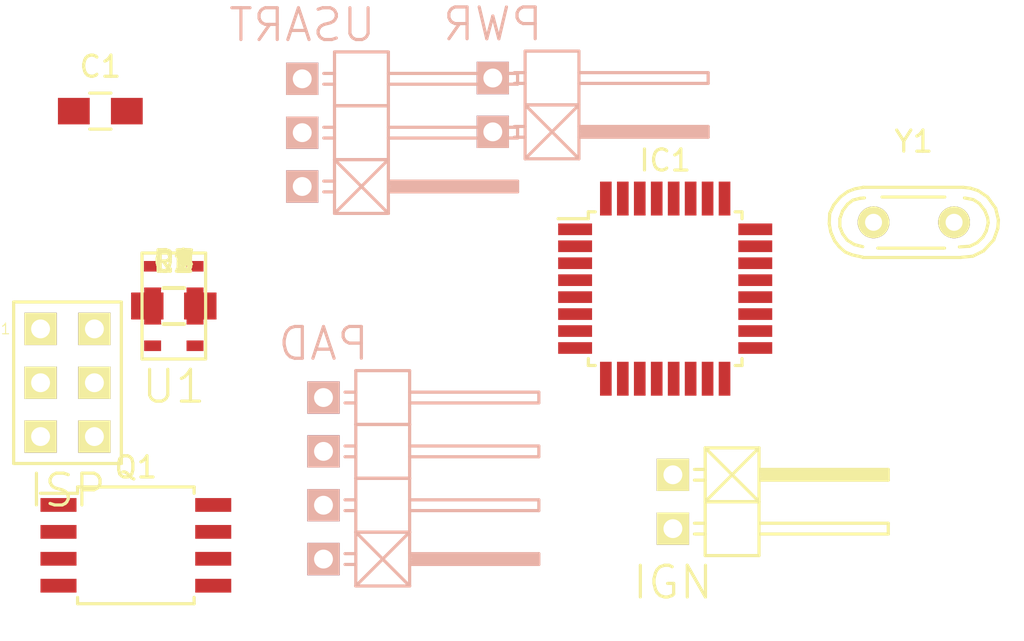
<source format=kicad_pcb>
(kicad_pcb (version 4) (host pcbnew "(2015-04-05 BZR 5577)-product")

  (general
    (links 61)
    (no_connects 44)
    (area 0 0 0 0)
    (thickness 1.6)
    (drawings 0)
    (tracks 0)
    (zones 0)
    (modules 23)
    (nets 20)
  )

  (page A4)
  (title_block
    (title NAME)
    (date "%d. %m. %Y")
    (rev REV)
    (company "Mlab www.mlab.cz")
    (comment 1 VERSION)
    (comment 2 "Short description\\nTwo lines are maximum")
    (comment 3 "nickname <email@example.com>")
  )

  (layers
    (0 F.Cu signal)
    (31 B.Cu signal)
    (32 B.Adhes user)
    (33 F.Adhes user)
    (34 B.Paste user)
    (35 F.Paste user)
    (36 B.SilkS user)
    (37 F.SilkS user)
    (38 B.Mask user)
    (39 F.Mask user)
    (40 Dwgs.User user)
    (41 Cmts.User user)
    (42 Eco1.User user)
    (43 Eco2.User user)
    (44 Edge.Cuts user)
    (45 Margin user)
    (46 B.CrtYd user)
    (47 F.CrtYd user)
    (48 B.Fab user)
    (49 F.Fab user)
  )

  (setup
    (last_trace_width 0.25)
    (trace_clearance 0.2)
    (zone_clearance 0.508)
    (zone_45_only no)
    (trace_min 0.2)
    (segment_width 0.2)
    (edge_width 0.15)
    (via_size 0.6)
    (via_drill 0.4)
    (via_min_size 0.4)
    (via_min_drill 0.3)
    (uvia_size 0.3)
    (uvia_drill 0.1)
    (uvias_allowed no)
    (uvia_min_size 0.2)
    (uvia_min_drill 0.1)
    (pcb_text_width 0.3)
    (pcb_text_size 1.5 1.5)
    (mod_edge_width 0.15)
    (mod_text_size 1 1)
    (mod_text_width 0.15)
    (pad_size 1.524 1.524)
    (pad_drill 0.762)
    (pad_to_mask_clearance 0.2)
    (aux_axis_origin 0 0)
    (visible_elements FFFFFF7F)
    (pcbplotparams
      (layerselection 0x00030_80000001)
      (usegerberextensions false)
      (excludeedgelayer true)
      (linewidth 0.150000)
      (plotframeref false)
      (viasonmask false)
      (mode 1)
      (useauxorigin false)
      (hpglpennumber 1)
      (hpglpenspeed 20)
      (hpglpendiameter 15)
      (hpglpenoverlay 2)
      (psnegative false)
      (psa4output false)
      (plotreference true)
      (plotvalue true)
      (plotinvisibletext false)
      (padsonsilk false)
      (subtractmaskfromsilk false)
      (outputformat 1)
      (mirror false)
      (drillshape 1)
      (scaleselection 1)
      (outputdirectory ""))
  )

  (net 0 "")
  (net 1 VAA)
  (net 2 GND)
  (net 3 VDD)
  (net 4 "Net-(C4-Pad1)")
  (net 5 "Net-(C7-Pad1)")
  (net 6 /PB6)
  (net 7 /PB7)
  (net 8 /PD3)
  (net 9 /MOSI)
  (net 10 /MISO)
  (net 11 /SCK)
  (net 12 /SDA)
  (net 13 /SCL)
  (net 14 /RST)
  (net 15 /RXD)
  (net 16 /TXD)
  (net 17 /PD2)
  (net 18 "Net-(J2-Pad2)")
  (net 19 "Net-(J2-Pad1)")

  (net_class Default "This is the default net class."
    (clearance 0.2)
    (trace_width 0.25)
    (via_dia 0.6)
    (via_drill 0.4)
    (uvia_dia 0.3)
    (uvia_drill 0.1)
    (add_net /MISO)
    (add_net /MOSI)
    (add_net /PB6)
    (add_net /PB7)
    (add_net /PD2)
    (add_net /PD3)
    (add_net /RST)
    (add_net /RXD)
    (add_net /SCK)
    (add_net /SCL)
    (add_net /SDA)
    (add_net /TXD)
    (add_net GND)
    (add_net "Net-(C4-Pad1)")
    (add_net "Net-(C7-Pad1)")
    (add_net "Net-(J2-Pad1)")
    (add_net "Net-(J2-Pad2)")
    (add_net VAA)
    (add_net VDD)
  )

  (module Capacitors_SMD:C_0805_HandSoldering (layer F.Cu) (tedit 541A9B8D) (tstamp 55BA0B43)
    (at 114.808 110.0328)
    (descr "Capacitor SMD 0805, hand soldering")
    (tags "capacitor 0805")
    (path /55A6646B)
    (attr smd)
    (fp_text reference C1 (at 0 -2.1) (layer F.SilkS)
      (effects (font (size 1 1) (thickness 0.15)))
    )
    (fp_text value 100nF (at 0 2.1) (layer F.Fab)
      (effects (font (size 1 1) (thickness 0.15)))
    )
    (fp_line (start -2.3 -1) (end 2.3 -1) (layer F.CrtYd) (width 0.05))
    (fp_line (start -2.3 1) (end 2.3 1) (layer F.CrtYd) (width 0.05))
    (fp_line (start -2.3 -1) (end -2.3 1) (layer F.CrtYd) (width 0.05))
    (fp_line (start 2.3 -1) (end 2.3 1) (layer F.CrtYd) (width 0.05))
    (fp_line (start 0.5 -0.85) (end -0.5 -0.85) (layer F.SilkS) (width 0.15))
    (fp_line (start -0.5 0.85) (end 0.5 0.85) (layer F.SilkS) (width 0.15))
    (pad 1 smd rect (at -1.25 0) (size 1.5 1.25) (layers F.Cu F.Paste F.Mask)
      (net 1 VAA))
    (pad 2 smd rect (at 1.25 0) (size 1.5 1.25) (layers F.Cu F.Paste F.Mask)
      (net 2 GND))
    (model Capacitors_SMD.3dshapes/C_0805_HandSoldering.wrl
      (at (xyz 0 0 0))
      (scale (xyz 1 1 1))
      (rotate (xyz 0 0 0))
    )
  )

  (module Capacitors_SMD:C_0805_HandSoldering (layer F.Cu) (tedit 541A9B8D) (tstamp 55BA0B49)
    (at 118.2751 119.2276)
    (descr "Capacitor SMD 0805, hand soldering")
    (tags "capacitor 0805")
    (path /55A4E7F7)
    (attr smd)
    (fp_text reference C2 (at 0 -2.1) (layer F.SilkS)
      (effects (font (size 1 1) (thickness 0.15)))
    )
    (fp_text value 100nF (at 0 2.1) (layer F.Fab)
      (effects (font (size 1 1) (thickness 0.15)))
    )
    (fp_line (start -2.3 -1) (end 2.3 -1) (layer F.CrtYd) (width 0.05))
    (fp_line (start -2.3 1) (end 2.3 1) (layer F.CrtYd) (width 0.05))
    (fp_line (start -2.3 -1) (end -2.3 1) (layer F.CrtYd) (width 0.05))
    (fp_line (start 2.3 -1) (end 2.3 1) (layer F.CrtYd) (width 0.05))
    (fp_line (start 0.5 -0.85) (end -0.5 -0.85) (layer F.SilkS) (width 0.15))
    (fp_line (start -0.5 0.85) (end 0.5 0.85) (layer F.SilkS) (width 0.15))
    (pad 1 smd rect (at -1.25 0) (size 1.5 1.25) (layers F.Cu F.Paste F.Mask)
      (net 3 VDD))
    (pad 2 smd rect (at 1.25 0) (size 1.5 1.25) (layers F.Cu F.Paste F.Mask)
      (net 2 GND))
    (model Capacitors_SMD.3dshapes/C_0805_HandSoldering.wrl
      (at (xyz 0 0 0))
      (scale (xyz 1 1 1))
      (rotate (xyz 0 0 0))
    )
  )

  (module Capacitors_SMD:C_0805_HandSoldering (layer F.Cu) (tedit 541A9B8D) (tstamp 55BA0B4F)
    (at 118.2751 119.2276)
    (descr "Capacitor SMD 0805, hand soldering")
    (tags "capacitor 0805")
    (path /55A4E898)
    (attr smd)
    (fp_text reference C3 (at 0 -2.1) (layer F.SilkS)
      (effects (font (size 1 1) (thickness 0.15)))
    )
    (fp_text value 22uF/6.3V (at 0 2.1) (layer F.Fab)
      (effects (font (size 1 1) (thickness 0.15)))
    )
    (fp_line (start -2.3 -1) (end 2.3 -1) (layer F.CrtYd) (width 0.05))
    (fp_line (start -2.3 1) (end 2.3 1) (layer F.CrtYd) (width 0.05))
    (fp_line (start -2.3 -1) (end -2.3 1) (layer F.CrtYd) (width 0.05))
    (fp_line (start 2.3 -1) (end 2.3 1) (layer F.CrtYd) (width 0.05))
    (fp_line (start 0.5 -0.85) (end -0.5 -0.85) (layer F.SilkS) (width 0.15))
    (fp_line (start -0.5 0.85) (end 0.5 0.85) (layer F.SilkS) (width 0.15))
    (pad 1 smd rect (at -1.25 0) (size 1.5 1.25) (layers F.Cu F.Paste F.Mask)
      (net 3 VDD))
    (pad 2 smd rect (at 1.25 0) (size 1.5 1.25) (layers F.Cu F.Paste F.Mask)
      (net 2 GND))
    (model Capacitors_SMD.3dshapes/C_0805_HandSoldering.wrl
      (at (xyz 0 0 0))
      (scale (xyz 1 1 1))
      (rotate (xyz 0 0 0))
    )
  )

  (module Capacitors_SMD:C_0805_HandSoldering (layer F.Cu) (tedit 541A9B8D) (tstamp 55BA0B55)
    (at 118.2751 119.2276)
    (descr "Capacitor SMD 0805, hand soldering")
    (tags "capacitor 0805")
    (path /55A65EE4)
    (attr smd)
    (fp_text reference C4 (at 0 -2.1) (layer F.SilkS)
      (effects (font (size 1 1) (thickness 0.15)))
    )
    (fp_text value 100nF (at 0 2.1) (layer F.Fab)
      (effects (font (size 1 1) (thickness 0.15)))
    )
    (fp_line (start -2.3 -1) (end 2.3 -1) (layer F.CrtYd) (width 0.05))
    (fp_line (start -2.3 1) (end 2.3 1) (layer F.CrtYd) (width 0.05))
    (fp_line (start -2.3 -1) (end -2.3 1) (layer F.CrtYd) (width 0.05))
    (fp_line (start 2.3 -1) (end 2.3 1) (layer F.CrtYd) (width 0.05))
    (fp_line (start 0.5 -0.85) (end -0.5 -0.85) (layer F.SilkS) (width 0.15))
    (fp_line (start -0.5 0.85) (end 0.5 0.85) (layer F.SilkS) (width 0.15))
    (pad 1 smd rect (at -1.25 0) (size 1.5 1.25) (layers F.Cu F.Paste F.Mask)
      (net 4 "Net-(C4-Pad1)"))
    (pad 2 smd rect (at 1.25 0) (size 1.5 1.25) (layers F.Cu F.Paste F.Mask)
      (net 2 GND))
    (model Capacitors_SMD.3dshapes/C_0805_HandSoldering.wrl
      (at (xyz 0 0 0))
      (scale (xyz 1 1 1))
      (rotate (xyz 0 0 0))
    )
  )

  (module Capacitors_SMD:C_0805_HandSoldering (layer F.Cu) (tedit 541A9B8D) (tstamp 55BA0B5B)
    (at 118.2751 119.2276)
    (descr "Capacitor SMD 0805, hand soldering")
    (tags "capacitor 0805")
    (path /55A67B3E)
    (attr smd)
    (fp_text reference C5 (at 0 -2.1) (layer F.SilkS)
      (effects (font (size 1 1) (thickness 0.15)))
    )
    (fp_text value 10uF (at 0 2.1) (layer F.Fab)
      (effects (font (size 1 1) (thickness 0.15)))
    )
    (fp_line (start -2.3 -1) (end 2.3 -1) (layer F.CrtYd) (width 0.05))
    (fp_line (start -2.3 1) (end 2.3 1) (layer F.CrtYd) (width 0.05))
    (fp_line (start -2.3 -1) (end -2.3 1) (layer F.CrtYd) (width 0.05))
    (fp_line (start 2.3 -1) (end 2.3 1) (layer F.CrtYd) (width 0.05))
    (fp_line (start 0.5 -0.85) (end -0.5 -0.85) (layer F.SilkS) (width 0.15))
    (fp_line (start -0.5 0.85) (end 0.5 0.85) (layer F.SilkS) (width 0.15))
    (pad 1 smd rect (at -1.25 0) (size 1.5 1.25) (layers F.Cu F.Paste F.Mask)
      (net 3 VDD))
    (pad 2 smd rect (at 1.25 0) (size 1.5 1.25) (layers F.Cu F.Paste F.Mask)
      (net 2 GND))
    (model Capacitors_SMD.3dshapes/C_0805_HandSoldering.wrl
      (at (xyz 0 0 0))
      (scale (xyz 1 1 1))
      (rotate (xyz 0 0 0))
    )
  )

  (module Capacitors_SMD:C_0805_HandSoldering (layer F.Cu) (tedit 541A9B8D) (tstamp 55BA0B61)
    (at 118.2751 119.2276)
    (descr "Capacitor SMD 0805, hand soldering")
    (tags "capacitor 0805")
    (path /55A67AF1)
    (attr smd)
    (fp_text reference C6 (at 0 -2.1) (layer F.SilkS)
      (effects (font (size 1 1) (thickness 0.15)))
    )
    (fp_text value 100nF (at 0 2.1) (layer F.Fab)
      (effects (font (size 1 1) (thickness 0.15)))
    )
    (fp_line (start -2.3 -1) (end 2.3 -1) (layer F.CrtYd) (width 0.05))
    (fp_line (start -2.3 1) (end 2.3 1) (layer F.CrtYd) (width 0.05))
    (fp_line (start -2.3 -1) (end -2.3 1) (layer F.CrtYd) (width 0.05))
    (fp_line (start 2.3 -1) (end 2.3 1) (layer F.CrtYd) (width 0.05))
    (fp_line (start 0.5 -0.85) (end -0.5 -0.85) (layer F.SilkS) (width 0.15))
    (fp_line (start -0.5 0.85) (end 0.5 0.85) (layer F.SilkS) (width 0.15))
    (pad 1 smd rect (at -1.25 0) (size 1.5 1.25) (layers F.Cu F.Paste F.Mask)
      (net 3 VDD))
    (pad 2 smd rect (at 1.25 0) (size 1.5 1.25) (layers F.Cu F.Paste F.Mask)
      (net 2 GND))
    (model Capacitors_SMD.3dshapes/C_0805_HandSoldering.wrl
      (at (xyz 0 0 0))
      (scale (xyz 1 1 1))
      (rotate (xyz 0 0 0))
    )
  )

  (module Capacitors_SMD:C_0805_HandSoldering (layer F.Cu) (tedit 541A9B8D) (tstamp 55BA0B67)
    (at 118.2751 119.2276)
    (descr "Capacitor SMD 0805, hand soldering")
    (tags "capacitor 0805")
    (path /55A6722A)
    (attr smd)
    (fp_text reference C7 (at 0 -2.1) (layer F.SilkS)
      (effects (font (size 1 1) (thickness 0.15)))
    )
    (fp_text value 100nF (at 0 2.1) (layer F.Fab)
      (effects (font (size 1 1) (thickness 0.15)))
    )
    (fp_line (start -2.3 -1) (end 2.3 -1) (layer F.CrtYd) (width 0.05))
    (fp_line (start -2.3 1) (end 2.3 1) (layer F.CrtYd) (width 0.05))
    (fp_line (start -2.3 -1) (end -2.3 1) (layer F.CrtYd) (width 0.05))
    (fp_line (start 2.3 -1) (end 2.3 1) (layer F.CrtYd) (width 0.05))
    (fp_line (start 0.5 -0.85) (end -0.5 -0.85) (layer F.SilkS) (width 0.15))
    (fp_line (start -0.5 0.85) (end 0.5 0.85) (layer F.SilkS) (width 0.15))
    (pad 1 smd rect (at -1.25 0) (size 1.5 1.25) (layers F.Cu F.Paste F.Mask)
      (net 5 "Net-(C7-Pad1)"))
    (pad 2 smd rect (at 1.25 0) (size 1.5 1.25) (layers F.Cu F.Paste F.Mask)
      (net 2 GND))
    (model Capacitors_SMD.3dshapes/C_0805_HandSoldering.wrl
      (at (xyz 0 0 0))
      (scale (xyz 1 1 1))
      (rotate (xyz 0 0 0))
    )
  )

  (module Capacitors_SMD:C_0805_HandSoldering (layer F.Cu) (tedit 541A9B8D) (tstamp 55BA0B6D)
    (at 118.2751 119.2276)
    (descr "Capacitor SMD 0805, hand soldering")
    (tags "capacitor 0805")
    (path /55B7BF89)
    (attr smd)
    (fp_text reference C8 (at 0 -2.1) (layer F.SilkS)
      (effects (font (size 1 1) (thickness 0.15)))
    )
    (fp_text value 22pF (at 0 2.1) (layer F.Fab)
      (effects (font (size 1 1) (thickness 0.15)))
    )
    (fp_line (start -2.3 -1) (end 2.3 -1) (layer F.CrtYd) (width 0.05))
    (fp_line (start -2.3 1) (end 2.3 1) (layer F.CrtYd) (width 0.05))
    (fp_line (start -2.3 -1) (end -2.3 1) (layer F.CrtYd) (width 0.05))
    (fp_line (start 2.3 -1) (end 2.3 1) (layer F.CrtYd) (width 0.05))
    (fp_line (start 0.5 -0.85) (end -0.5 -0.85) (layer F.SilkS) (width 0.15))
    (fp_line (start -0.5 0.85) (end 0.5 0.85) (layer F.SilkS) (width 0.15))
    (pad 1 smd rect (at -1.25 0) (size 1.5 1.25) (layers F.Cu F.Paste F.Mask)
      (net 6 /PB6))
    (pad 2 smd rect (at 1.25 0) (size 1.5 1.25) (layers F.Cu F.Paste F.Mask)
      (net 2 GND))
    (model Capacitors_SMD.3dshapes/C_0805_HandSoldering.wrl
      (at (xyz 0 0 0))
      (scale (xyz 1 1 1))
      (rotate (xyz 0 0 0))
    )
  )

  (module Capacitors_SMD:C_0805_HandSoldering (layer F.Cu) (tedit 541A9B8D) (tstamp 55BA0B73)
    (at 118.2751 119.2276)
    (descr "Capacitor SMD 0805, hand soldering")
    (tags "capacitor 0805")
    (path /55B7BDD6)
    (attr smd)
    (fp_text reference C9 (at 0 -2.1) (layer F.SilkS)
      (effects (font (size 1 1) (thickness 0.15)))
    )
    (fp_text value 22pF (at 0 2.1) (layer F.Fab)
      (effects (font (size 1 1) (thickness 0.15)))
    )
    (fp_line (start -2.3 -1) (end 2.3 -1) (layer F.CrtYd) (width 0.05))
    (fp_line (start -2.3 1) (end 2.3 1) (layer F.CrtYd) (width 0.05))
    (fp_line (start -2.3 -1) (end -2.3 1) (layer F.CrtYd) (width 0.05))
    (fp_line (start 2.3 -1) (end 2.3 1) (layer F.CrtYd) (width 0.05))
    (fp_line (start 0.5 -0.85) (end -0.5 -0.85) (layer F.SilkS) (width 0.15))
    (fp_line (start -0.5 0.85) (end 0.5 0.85) (layer F.SilkS) (width 0.15))
    (pad 1 smd rect (at -1.25 0) (size 1.5 1.25) (layers F.Cu F.Paste F.Mask)
      (net 7 /PB7))
    (pad 2 smd rect (at 1.25 0) (size 1.5 1.25) (layers F.Cu F.Paste F.Mask)
      (net 2 GND))
    (model Capacitors_SMD.3dshapes/C_0805_HandSoldering.wrl
      (at (xyz 0 0 0))
      (scale (xyz 1 1 1))
      (rotate (xyz 0 0 0))
    )
  )

  (module Capacitors_SMD:C_0805_HandSoldering (layer F.Cu) (tedit 541A9B8D) (tstamp 55BA0B79)
    (at 118.2751 119.2276)
    (descr "Capacitor SMD 0805, hand soldering")
    (tags "capacitor 0805")
    (path /55A4E6B1)
    (attr smd)
    (fp_text reference D1 (at 0 -2.1) (layer F.SilkS)
      (effects (font (size 1 1) (thickness 0.15)))
    )
    (fp_text value 1N4007 (at 0 2.1) (layer F.Fab)
      (effects (font (size 1 1) (thickness 0.15)))
    )
    (fp_line (start -2.3 -1) (end 2.3 -1) (layer F.CrtYd) (width 0.05))
    (fp_line (start -2.3 1) (end 2.3 1) (layer F.CrtYd) (width 0.05))
    (fp_line (start -2.3 -1) (end -2.3 1) (layer F.CrtYd) (width 0.05))
    (fp_line (start 2.3 -1) (end 2.3 1) (layer F.CrtYd) (width 0.05))
    (fp_line (start 0.5 -0.85) (end -0.5 -0.85) (layer F.SilkS) (width 0.15))
    (fp_line (start -0.5 0.85) (end 0.5 0.85) (layer F.SilkS) (width 0.15))
    (pad 1 smd rect (at -1.25 0) (size 1.5 1.25) (layers F.Cu F.Paste F.Mask)
      (net 3 VDD))
    (pad 2 smd rect (at 1.25 0) (size 1.5 1.25) (layers F.Cu F.Paste F.Mask)
      (net 2 GND))
    (model Capacitors_SMD.3dshapes/C_0805_HandSoldering.wrl
      (at (xyz 0 0 0))
      (scale (xyz 1 1 1))
      (rotate (xyz 0 0 0))
    )
  )

  (module Housings_QFP:TQFP-32_7x7mm_Pitch0.8mm (layer F.Cu) (tedit 54130A77) (tstamp 55BA0B9D)
    (at 141.4571 118.4082)
    (descr "32-Lead Plastic Thin Quad Flatpack (PT) - 7x7x1.0 mm Body, 2.00 mm [TQFP] (see Microchip Packaging Specification 00000049BS.pdf)")
    (tags "QFP 0.8")
    (path /55B79480)
    (attr smd)
    (fp_text reference IC1 (at 0 -6.05) (layer F.SilkS)
      (effects (font (size 1 1) (thickness 0.15)))
    )
    (fp_text value ATMEGA328-A (at 0 6.05) (layer F.Fab)
      (effects (font (size 1 1) (thickness 0.15)))
    )
    (fp_line (start -5.3 -5.3) (end -5.3 5.3) (layer F.CrtYd) (width 0.05))
    (fp_line (start 5.3 -5.3) (end 5.3 5.3) (layer F.CrtYd) (width 0.05))
    (fp_line (start -5.3 -5.3) (end 5.3 -5.3) (layer F.CrtYd) (width 0.05))
    (fp_line (start -5.3 5.3) (end 5.3 5.3) (layer F.CrtYd) (width 0.05))
    (fp_line (start -3.625 -3.625) (end -3.625 -3.3) (layer F.SilkS) (width 0.15))
    (fp_line (start 3.625 -3.625) (end 3.625 -3.3) (layer F.SilkS) (width 0.15))
    (fp_line (start 3.625 3.625) (end 3.625 3.3) (layer F.SilkS) (width 0.15))
    (fp_line (start -3.625 3.625) (end -3.625 3.3) (layer F.SilkS) (width 0.15))
    (fp_line (start -3.625 -3.625) (end -3.3 -3.625) (layer F.SilkS) (width 0.15))
    (fp_line (start -3.625 3.625) (end -3.3 3.625) (layer F.SilkS) (width 0.15))
    (fp_line (start 3.625 3.625) (end 3.3 3.625) (layer F.SilkS) (width 0.15))
    (fp_line (start 3.625 -3.625) (end 3.3 -3.625) (layer F.SilkS) (width 0.15))
    (fp_line (start -3.625 -3.3) (end -5.05 -3.3) (layer F.SilkS) (width 0.15))
    (pad 1 smd rect (at -4.25 -2.8) (size 1.6 0.55) (layers F.Cu F.Paste F.Mask)
      (net 8 /PD3))
    (pad 2 smd rect (at -4.25 -2) (size 1.6 0.55) (layers F.Cu F.Paste F.Mask))
    (pad 3 smd rect (at -4.25 -1.2) (size 1.6 0.55) (layers F.Cu F.Paste F.Mask)
      (net 2 GND))
    (pad 4 smd rect (at -4.25 -0.4) (size 1.6 0.55) (layers F.Cu F.Paste F.Mask)
      (net 3 VDD))
    (pad 5 smd rect (at -4.25 0.4) (size 1.6 0.55) (layers F.Cu F.Paste F.Mask)
      (net 2 GND))
    (pad 6 smd rect (at -4.25 1.2) (size 1.6 0.55) (layers F.Cu F.Paste F.Mask)
      (net 3 VDD))
    (pad 7 smd rect (at -4.25 2) (size 1.6 0.55) (layers F.Cu F.Paste F.Mask)
      (net 6 /PB6))
    (pad 8 smd rect (at -4.25 2.8) (size 1.6 0.55) (layers F.Cu F.Paste F.Mask)
      (net 7 /PB7))
    (pad 9 smd rect (at -2.8 4.25 90) (size 1.6 0.55) (layers F.Cu F.Paste F.Mask))
    (pad 10 smd rect (at -2 4.25 90) (size 1.6 0.55) (layers F.Cu F.Paste F.Mask))
    (pad 11 smd rect (at -1.2 4.25 90) (size 1.6 0.55) (layers F.Cu F.Paste F.Mask))
    (pad 12 smd rect (at -0.4 4.25 90) (size 1.6 0.55) (layers F.Cu F.Paste F.Mask))
    (pad 13 smd rect (at 0.4 4.25 90) (size 1.6 0.55) (layers F.Cu F.Paste F.Mask))
    (pad 14 smd rect (at 1.2 4.25 90) (size 1.6 0.55) (layers F.Cu F.Paste F.Mask))
    (pad 15 smd rect (at 2 4.25 90) (size 1.6 0.55) (layers F.Cu F.Paste F.Mask)
      (net 9 /MOSI))
    (pad 16 smd rect (at 2.8 4.25 90) (size 1.6 0.55) (layers F.Cu F.Paste F.Mask)
      (net 10 /MISO))
    (pad 17 smd rect (at 4.25 2.8) (size 1.6 0.55) (layers F.Cu F.Paste F.Mask)
      (net 11 /SCK))
    (pad 18 smd rect (at 4.25 2) (size 1.6 0.55) (layers F.Cu F.Paste F.Mask)
      (net 1 VAA))
    (pad 19 smd rect (at 4.25 1.2) (size 1.6 0.55) (layers F.Cu F.Paste F.Mask))
    (pad 20 smd rect (at 4.25 0.4) (size 1.6 0.55) (layers F.Cu F.Paste F.Mask)
      (net 4 "Net-(C4-Pad1)"))
    (pad 21 smd rect (at 4.25 -0.4) (size 1.6 0.55) (layers F.Cu F.Paste F.Mask)
      (net 2 GND))
    (pad 22 smd rect (at 4.25 -1.2) (size 1.6 0.55) (layers F.Cu F.Paste F.Mask))
    (pad 23 smd rect (at 4.25 -2) (size 1.6 0.55) (layers F.Cu F.Paste F.Mask))
    (pad 24 smd rect (at 4.25 -2.8) (size 1.6 0.55) (layers F.Cu F.Paste F.Mask))
    (pad 25 smd rect (at 2.8 -4.25 90) (size 1.6 0.55) (layers F.Cu F.Paste F.Mask))
    (pad 26 smd rect (at 2 -4.25 90) (size 1.6 0.55) (layers F.Cu F.Paste F.Mask))
    (pad 27 smd rect (at 1.2 -4.25 90) (size 1.6 0.55) (layers F.Cu F.Paste F.Mask)
      (net 12 /SDA))
    (pad 28 smd rect (at 0.4 -4.25 90) (size 1.6 0.55) (layers F.Cu F.Paste F.Mask)
      (net 13 /SCL))
    (pad 29 smd rect (at -0.4 -4.25 90) (size 1.6 0.55) (layers F.Cu F.Paste F.Mask)
      (net 14 /RST))
    (pad 30 smd rect (at -1.2 -4.25 90) (size 1.6 0.55) (layers F.Cu F.Paste F.Mask)
      (net 15 /RXD))
    (pad 31 smd rect (at -2 -4.25 90) (size 1.6 0.55) (layers F.Cu F.Paste F.Mask)
      (net 16 /TXD))
    (pad 32 smd rect (at -2.8 -4.25 90) (size 1.6 0.55) (layers F.Cu F.Paste F.Mask)
      (net 17 /PD2))
    (model Housings_QFP.3dshapes/TQFP-32_7x7mm_Pitch0.8mm.wrl
      (at (xyz 0 0 0))
      (scale (xyz 1 1 1))
      (rotate (xyz 0 0 0))
    )
  )

  (module Mlab_Pin_Headers:Angled_1x02 (layer B.Cu) (tedit 5454C210) (tstamp 55BA0BA3)
    (at 133.3246 109.7407)
    (descr "pin header angled 1x02")
    (tags "pin header angled 1x02")
    (path /55B7F70B)
    (fp_text reference J1 (at 0 3.81) (layer B.SilkS) hide
      (effects (font (size 1.5 1.5) (thickness 0.15)) (justify mirror))
    )
    (fp_text value PWR (at 0 -3.81) (layer B.SilkS)
      (effects (font (size 1.5 1.5) (thickness 0.15)) (justify mirror))
    )
    (fp_line (start 1.524 -1.524) (end 1.016 -1.524) (layer B.SilkS) (width 0.15))
    (fp_line (start 1.524 -1.016) (end 1.016 -1.016) (layer B.SilkS) (width 0.15))
    (fp_line (start 1.524 0) (end 4.064 0) (layer B.SilkS) (width 0.15))
    (fp_line (start 1.524 0) (end 1.524 -2.54) (layer B.SilkS) (width 0.15))
    (fp_line (start 1.524 -2.54) (end 4.064 -2.54) (layer B.SilkS) (width 0.15))
    (fp_line (start 4.064 -1.016) (end 10.16 -1.016) (layer B.SilkS) (width 0.15))
    (fp_line (start 10.16 -1.016) (end 10.16 -1.524) (layer B.SilkS) (width 0.15))
    (fp_line (start 10.16 -1.524) (end 4.064 -1.524) (layer B.SilkS) (width 0.15))
    (fp_line (start 4.064 -2.54) (end 4.064 0) (layer B.SilkS) (width 0.15))
    (fp_line (start 4.064 0) (end 1.524 2.54) (layer B.SilkS) (width 0.15))
    (fp_line (start 4.064 2.54) (end 1.524 0) (layer B.SilkS) (width 0.15))
    (fp_line (start 4.191 1.397) (end 10.033 1.397) (layer B.SilkS) (width 0.15))
    (fp_line (start 10.033 1.397) (end 10.033 1.143) (layer B.SilkS) (width 0.15))
    (fp_line (start 10.033 1.143) (end 4.191 1.143) (layer B.SilkS) (width 0.15))
    (fp_line (start 4.191 1.27) (end 10.033 1.27) (layer B.SilkS) (width 0.15))
    (fp_line (start 1.524 1.016) (end 1.016 1.016) (layer B.SilkS) (width 0.15))
    (fp_line (start 1.524 1.524) (end 1.016 1.524) (layer B.SilkS) (width 0.15))
    (fp_line (start 1.524 2.54) (end 4.064 2.54) (layer B.SilkS) (width 0.15))
    (fp_line (start 1.524 2.54) (end 1.524 0) (layer B.SilkS) (width 0.15))
    (fp_line (start 1.524 0) (end 4.064 0) (layer B.SilkS) (width 0.15))
    (fp_line (start 4.064 1.524) (end 10.16 1.524) (layer B.SilkS) (width 0.15))
    (fp_line (start 10.16 1.524) (end 10.16 1.016) (layer B.SilkS) (width 0.15))
    (fp_line (start 10.16 1.016) (end 4.064 1.016) (layer B.SilkS) (width 0.15))
    (fp_line (start 4.064 0) (end 4.064 2.54) (layer B.SilkS) (width 0.15))
    (pad 2 thru_hole rect (at 0 -1.27) (size 1.524 1.524) (drill 0.889) (layers *.Cu *.Mask B.SilkS)
      (net 2 GND))
    (pad 1 thru_hole rect (at 0 1.27) (size 1.524 1.524) (drill 0.889) (layers *.Cu *.Mask B.SilkS)
      (net 3 VDD))
    (model Pin_Headers/Pin_Header_Angled_1x02.wrl
      (at (xyz 0 0 0))
      (scale (xyz 1 1 1))
      (rotate (xyz 0 0 90))
    )
  )

  (module Mlab_Pin_Headers:Angled_1x02 (layer F.Cu) (tedit 5454C210) (tstamp 55BA0BA9)
    (at 141.8209 128.4605)
    (descr "pin header angled 1x02")
    (tags "pin header angled 1x02")
    (path /55AA773F)
    (fp_text reference J2 (at 0 -3.81) (layer F.SilkS) hide
      (effects (font (size 1.5 1.5) (thickness 0.15)))
    )
    (fp_text value IGN (at 0 3.81) (layer F.SilkS)
      (effects (font (size 1.5 1.5) (thickness 0.15)))
    )
    (fp_line (start 1.524 1.524) (end 1.016 1.524) (layer F.SilkS) (width 0.15))
    (fp_line (start 1.524 1.016) (end 1.016 1.016) (layer F.SilkS) (width 0.15))
    (fp_line (start 1.524 0) (end 4.064 0) (layer F.SilkS) (width 0.15))
    (fp_line (start 1.524 0) (end 1.524 2.54) (layer F.SilkS) (width 0.15))
    (fp_line (start 1.524 2.54) (end 4.064 2.54) (layer F.SilkS) (width 0.15))
    (fp_line (start 4.064 1.016) (end 10.16 1.016) (layer F.SilkS) (width 0.15))
    (fp_line (start 10.16 1.016) (end 10.16 1.524) (layer F.SilkS) (width 0.15))
    (fp_line (start 10.16 1.524) (end 4.064 1.524) (layer F.SilkS) (width 0.15))
    (fp_line (start 4.064 2.54) (end 4.064 0) (layer F.SilkS) (width 0.15))
    (fp_line (start 4.064 0) (end 1.524 -2.54) (layer F.SilkS) (width 0.15))
    (fp_line (start 4.064 -2.54) (end 1.524 0) (layer F.SilkS) (width 0.15))
    (fp_line (start 4.191 -1.397) (end 10.033 -1.397) (layer F.SilkS) (width 0.15))
    (fp_line (start 10.033 -1.397) (end 10.033 -1.143) (layer F.SilkS) (width 0.15))
    (fp_line (start 10.033 -1.143) (end 4.191 -1.143) (layer F.SilkS) (width 0.15))
    (fp_line (start 4.191 -1.27) (end 10.033 -1.27) (layer F.SilkS) (width 0.15))
    (fp_line (start 1.524 -1.016) (end 1.016 -1.016) (layer F.SilkS) (width 0.15))
    (fp_line (start 1.524 -1.524) (end 1.016 -1.524) (layer F.SilkS) (width 0.15))
    (fp_line (start 1.524 -2.54) (end 4.064 -2.54) (layer F.SilkS) (width 0.15))
    (fp_line (start 1.524 -2.54) (end 1.524 0) (layer F.SilkS) (width 0.15))
    (fp_line (start 1.524 0) (end 4.064 0) (layer F.SilkS) (width 0.15))
    (fp_line (start 4.064 -1.524) (end 10.16 -1.524) (layer F.SilkS) (width 0.15))
    (fp_line (start 10.16 -1.524) (end 10.16 -1.016) (layer F.SilkS) (width 0.15))
    (fp_line (start 10.16 -1.016) (end 4.064 -1.016) (layer F.SilkS) (width 0.15))
    (fp_line (start 4.064 0) (end 4.064 -2.54) (layer F.SilkS) (width 0.15))
    (pad 2 thru_hole rect (at 0 1.27) (size 1.524 1.524) (drill 0.889) (layers *.Cu *.Mask F.SilkS)
      (net 18 "Net-(J2-Pad2)"))
    (pad 1 thru_hole rect (at 0 -1.27) (size 1.524 1.524) (drill 0.889) (layers *.Cu *.Mask F.SilkS)
      (net 19 "Net-(J2-Pad1)"))
    (model Pin_Headers/Pin_Header_Angled_1x02.wrl
      (at (xyz 0 0 0))
      (scale (xyz 1 1 1))
      (rotate (xyz 0 0 90))
    )
  )

  (module Mlab_Pin_Headers:Angled_1x03 (layer B.Cu) (tedit 5454C210) (tstamp 55BA0BB0)
    (at 124.333 111.0488)
    (descr "pin header angled 1x03")
    (tags "pin header angled 1x03")
    (path /55BA1418)
    (fp_text reference J3 (at 0 5.08) (layer B.SilkS) hide
      (effects (font (size 1.5 1.5) (thickness 0.15)) (justify mirror))
    )
    (fp_text value USART (at 0 -5.08) (layer B.SilkS)
      (effects (font (size 1.5 1.5) (thickness 0.15)) (justify mirror))
    )
    (fp_line (start 1.524 -2.794) (end 1.016 -2.794) (layer B.SilkS) (width 0.15))
    (fp_line (start 1.524 -2.286) (end 1.016 -2.286) (layer B.SilkS) (width 0.15))
    (fp_line (start 1.524 -1.27) (end 4.064 -1.27) (layer B.SilkS) (width 0.15))
    (fp_line (start 1.524 -1.27) (end 1.524 -3.81) (layer B.SilkS) (width 0.15))
    (fp_line (start 1.524 -3.81) (end 4.064 -3.81) (layer B.SilkS) (width 0.15))
    (fp_line (start 4.064 -2.286) (end 10.16 -2.286) (layer B.SilkS) (width 0.15))
    (fp_line (start 10.16 -2.286) (end 10.16 -2.794) (layer B.SilkS) (width 0.15))
    (fp_line (start 10.16 -2.794) (end 4.064 -2.794) (layer B.SilkS) (width 0.15))
    (fp_line (start 4.064 -3.81) (end 4.064 -1.27) (layer B.SilkS) (width 0.15))
    (fp_line (start 1.524 -0.254) (end 1.016 -0.254) (layer B.SilkS) (width 0.15))
    (fp_line (start 1.524 0.254) (end 1.016 0.254) (layer B.SilkS) (width 0.15))
    (fp_line (start 1.524 1.27) (end 4.064 1.27) (layer B.SilkS) (width 0.15))
    (fp_line (start 1.524 1.27) (end 1.524 -1.27) (layer B.SilkS) (width 0.15))
    (fp_line (start 1.524 -1.27) (end 4.064 -1.27) (layer B.SilkS) (width 0.15))
    (fp_line (start 4.064 0.254) (end 10.16 0.254) (layer B.SilkS) (width 0.15))
    (fp_line (start 10.16 0.254) (end 10.16 -0.254) (layer B.SilkS) (width 0.15))
    (fp_line (start 10.16 -0.254) (end 4.064 -0.254) (layer B.SilkS) (width 0.15))
    (fp_line (start 4.064 -1.27) (end 4.064 1.27) (layer B.SilkS) (width 0.15))
    (fp_line (start 4.064 1.27) (end 1.524 3.81) (layer B.SilkS) (width 0.15))
    (fp_line (start 4.064 3.81) (end 1.524 1.27) (layer B.SilkS) (width 0.15))
    (fp_line (start 4.191 2.667) (end 10.033 2.667) (layer B.SilkS) (width 0.15))
    (fp_line (start 10.033 2.667) (end 10.033 2.413) (layer B.SilkS) (width 0.15))
    (fp_line (start 10.033 2.413) (end 4.191 2.413) (layer B.SilkS) (width 0.15))
    (fp_line (start 4.191 2.54) (end 10.033 2.54) (layer B.SilkS) (width 0.15))
    (fp_line (start 1.524 2.286) (end 1.016 2.286) (layer B.SilkS) (width 0.15))
    (fp_line (start 1.524 2.794) (end 1.016 2.794) (layer B.SilkS) (width 0.15))
    (fp_line (start 1.524 3.81) (end 4.064 3.81) (layer B.SilkS) (width 0.15))
    (fp_line (start 1.524 3.81) (end 1.524 1.27) (layer B.SilkS) (width 0.15))
    (fp_line (start 1.524 1.27) (end 4.064 1.27) (layer B.SilkS) (width 0.15))
    (fp_line (start 4.064 2.794) (end 10.16 2.794) (layer B.SilkS) (width 0.15))
    (fp_line (start 10.16 2.794) (end 10.16 2.286) (layer B.SilkS) (width 0.15))
    (fp_line (start 10.16 2.286) (end 4.064 2.286) (layer B.SilkS) (width 0.15))
    (fp_line (start 4.064 1.27) (end 4.064 3.81) (layer B.SilkS) (width 0.15))
    (pad 3 thru_hole rect (at 0 -2.54) (size 1.524 1.524) (drill 0.889) (layers *.Cu *.Mask B.SilkS)
      (net 2 GND))
    (pad 2 thru_hole rect (at 0 0) (size 1.524 1.524) (drill 0.889) (layers *.Cu *.Mask B.SilkS)
      (net 16 /TXD))
    (pad 1 thru_hole rect (at 0 2.54) (size 1.524 1.524) (drill 0.889) (layers *.Cu *.Mask B.SilkS)
      (net 15 /RXD))
    (model Pin_Headers/Pin_Header_Angled_1x03.wrl
      (at (xyz 0 0 0))
      (scale (xyz 1 1 1))
      (rotate (xyz 0 0 90))
    )
  )

  (module Mlab_Pin_Headers:Angled_1x04 (layer B.Cu) (tedit 5454C210) (tstamp 55BA0BB8)
    (at 125.3363 127.3556)
    (descr "pin header angled 1x04")
    (tags "pin header angled 1x04")
    (path /55BA0FE1)
    (fp_text reference J4 (at 0 6.35) (layer B.SilkS) hide
      (effects (font (size 1.5 1.5) (thickness 0.15)) (justify mirror))
    )
    (fp_text value PAD (at 0 -6.35) (layer B.SilkS)
      (effects (font (size 1.5 1.5) (thickness 0.15)) (justify mirror))
    )
    (fp_line (start 1.524 -4.064) (end 1.016 -4.064) (layer B.SilkS) (width 0.15))
    (fp_line (start 1.524 -3.556) (end 1.016 -3.556) (layer B.SilkS) (width 0.15))
    (fp_line (start 1.524 -2.54) (end 4.064 -2.54) (layer B.SilkS) (width 0.15))
    (fp_line (start 1.524 -2.54) (end 1.524 -5.08) (layer B.SilkS) (width 0.15))
    (fp_line (start 1.524 -5.08) (end 4.064 -5.08) (layer B.SilkS) (width 0.15))
    (fp_line (start 4.064 -3.556) (end 10.16 -3.556) (layer B.SilkS) (width 0.15))
    (fp_line (start 10.16 -3.556) (end 10.16 -4.064) (layer B.SilkS) (width 0.15))
    (fp_line (start 10.16 -4.064) (end 4.064 -4.064) (layer B.SilkS) (width 0.15))
    (fp_line (start 4.064 -5.08) (end 4.064 -2.54) (layer B.SilkS) (width 0.15))
    (fp_line (start 1.524 -1.524) (end 1.016 -1.524) (layer B.SilkS) (width 0.15))
    (fp_line (start 1.524 -1.016) (end 1.016 -1.016) (layer B.SilkS) (width 0.15))
    (fp_line (start 1.524 0) (end 4.064 0) (layer B.SilkS) (width 0.15))
    (fp_line (start 1.524 0) (end 1.524 -2.54) (layer B.SilkS) (width 0.15))
    (fp_line (start 1.524 -2.54) (end 4.064 -2.54) (layer B.SilkS) (width 0.15))
    (fp_line (start 4.064 -1.016) (end 10.16 -1.016) (layer B.SilkS) (width 0.15))
    (fp_line (start 10.16 -1.016) (end 10.16 -1.524) (layer B.SilkS) (width 0.15))
    (fp_line (start 10.16 -1.524) (end 4.064 -1.524) (layer B.SilkS) (width 0.15))
    (fp_line (start 4.064 -2.54) (end 4.064 0) (layer B.SilkS) (width 0.15))
    (fp_line (start 1.524 1.016) (end 1.016 1.016) (layer B.SilkS) (width 0.15))
    (fp_line (start 1.524 1.524) (end 1.016 1.524) (layer B.SilkS) (width 0.15))
    (fp_line (start 1.524 2.54) (end 4.064 2.54) (layer B.SilkS) (width 0.15))
    (fp_line (start 1.524 2.54) (end 1.524 0) (layer B.SilkS) (width 0.15))
    (fp_line (start 1.524 0) (end 4.064 0) (layer B.SilkS) (width 0.15))
    (fp_line (start 4.064 1.524) (end 10.16 1.524) (layer B.SilkS) (width 0.15))
    (fp_line (start 10.16 1.524) (end 10.16 1.016) (layer B.SilkS) (width 0.15))
    (fp_line (start 10.16 1.016) (end 4.064 1.016) (layer B.SilkS) (width 0.15))
    (fp_line (start 4.064 0) (end 4.064 2.54) (layer B.SilkS) (width 0.15))
    (fp_line (start 4.064 2.54) (end 1.524 5.08) (layer B.SilkS) (width 0.15))
    (fp_line (start 4.064 5.08) (end 1.524 2.54) (layer B.SilkS) (width 0.15))
    (fp_line (start 4.191 3.937) (end 10.033 3.937) (layer B.SilkS) (width 0.15))
    (fp_line (start 10.033 3.937) (end 10.033 3.683) (layer B.SilkS) (width 0.15))
    (fp_line (start 10.033 3.683) (end 4.191 3.683) (layer B.SilkS) (width 0.15))
    (fp_line (start 4.191 3.81) (end 10.033 3.81) (layer B.SilkS) (width 0.15))
    (fp_line (start 1.524 3.556) (end 1.016 3.556) (layer B.SilkS) (width 0.15))
    (fp_line (start 1.524 4.064) (end 1.016 4.064) (layer B.SilkS) (width 0.15))
    (fp_line (start 1.524 5.08) (end 4.064 5.08) (layer B.SilkS) (width 0.15))
    (fp_line (start 1.524 5.08) (end 1.524 2.54) (layer B.SilkS) (width 0.15))
    (fp_line (start 1.524 2.54) (end 4.064 2.54) (layer B.SilkS) (width 0.15))
    (fp_line (start 4.064 4.064) (end 10.16 4.064) (layer B.SilkS) (width 0.15))
    (fp_line (start 10.16 4.064) (end 10.16 3.556) (layer B.SilkS) (width 0.15))
    (fp_line (start 10.16 3.556) (end 4.064 3.556) (layer B.SilkS) (width 0.15))
    (fp_line (start 4.064 2.54) (end 4.064 5.08) (layer B.SilkS) (width 0.15))
    (pad 4 thru_hole rect (at 0 -3.81) (size 1.524 1.524) (drill 0.889) (layers *.Cu *.Mask B.SilkS)
      (net 2 GND))
    (pad 3 thru_hole rect (at 0 -1.27) (size 1.524 1.524) (drill 0.889) (layers *.Cu *.Mask B.SilkS)
      (net 8 /PD3))
    (pad 2 thru_hole rect (at 0 1.27) (size 1.524 1.524) (drill 0.889) (layers *.Cu *.Mask B.SilkS)
      (net 13 /SCL))
    (pad 1 thru_hole rect (at 0 3.81) (size 1.524 1.524) (drill 0.889) (layers *.Cu *.Mask B.SilkS)
      (net 12 /SDA))
    (model Pin_Headers/Pin_Header_Angled_1x04.wrl
      (at (xyz 0 0 0))
      (scale (xyz 1 1 1))
      (rotate (xyz 0 0 90))
    )
  )

  (module Mlab_Pin_Headers:Straight_2x03 (layer F.Cu) (tedit 5454C210) (tstamp 55BA0BC2)
    (at 113.2586 122.8471)
    (descr "pin header straight 2x03")
    (tags "pin header straight 2x03")
    (path /55AA2ACD)
    (fp_text reference J5 (at 0 -5.08) (layer F.SilkS) hide
      (effects (font (size 1.5 1.5) (thickness 0.15)))
    )
    (fp_text value ISP (at 0 5.08) (layer F.SilkS)
      (effects (font (size 1.5 1.5) (thickness 0.15)))
    )
    (fp_text user 1 (at -2.921 -2.54) (layer F.SilkS)
      (effects (font (size 0.5 0.5) (thickness 0.05)))
    )
    (fp_line (start -2.54 -3.81) (end 2.54 -3.81) (layer F.SilkS) (width 0.15))
    (fp_line (start 2.54 -3.81) (end 2.54 3.81) (layer F.SilkS) (width 0.15))
    (fp_line (start 2.54 3.81) (end -2.54 3.81) (layer F.SilkS) (width 0.15))
    (fp_line (start -2.54 3.81) (end -2.54 -3.81) (layer F.SilkS) (width 0.15))
    (pad 1 thru_hole rect (at -1.27 -2.54) (size 1.524 1.524) (drill 0.889) (layers *.Cu *.Mask F.SilkS)
      (net 10 /MISO))
    (pad 2 thru_hole rect (at 1.27 -2.54) (size 1.524 1.524) (drill 0.889) (layers *.Cu *.Mask F.SilkS)
      (net 3 VDD))
    (pad 3 thru_hole rect (at -1.27 0) (size 1.524 1.524) (drill 0.889) (layers *.Cu *.Mask F.SilkS)
      (net 11 /SCK))
    (pad 4 thru_hole rect (at 1.27 0) (size 1.524 1.524) (drill 0.889) (layers *.Cu *.Mask F.SilkS)
      (net 9 /MOSI))
    (pad 5 thru_hole rect (at -1.27 2.54) (size 1.524 1.524) (drill 0.889) (layers *.Cu *.Mask F.SilkS)
      (net 14 /RST))
    (pad 6 thru_hole rect (at 1.27 2.54) (size 1.524 1.524) (drill 0.889) (layers *.Cu *.Mask F.SilkS)
      (net 2 GND))
    (model Pin_Headers/Pin_Header_Straight_2x03.wrl
      (at (xyz 0 0 0))
      (scale (xyz 1 1 1))
      (rotate (xyz 0 0 90))
    )
  )

  (module Capacitors_SMD:C_0805_HandSoldering (layer F.Cu) (tedit 541A9B8D) (tstamp 55BA0BC8)
    (at 118.2751 119.2276)
    (descr "Capacitor SMD 0805, hand soldering")
    (tags "capacitor 0805")
    (path /55A6641E)
    (attr smd)
    (fp_text reference L1 (at 0 -2.1) (layer F.SilkS)
      (effects (font (size 1 1) (thickness 0.15)))
    )
    (fp_text value 10uH (at 0 2.1) (layer F.Fab)
      (effects (font (size 1 1) (thickness 0.15)))
    )
    (fp_line (start -2.3 -1) (end 2.3 -1) (layer F.CrtYd) (width 0.05))
    (fp_line (start -2.3 1) (end 2.3 1) (layer F.CrtYd) (width 0.05))
    (fp_line (start -2.3 -1) (end -2.3 1) (layer F.CrtYd) (width 0.05))
    (fp_line (start 2.3 -1) (end 2.3 1) (layer F.CrtYd) (width 0.05))
    (fp_line (start 0.5 -0.85) (end -0.5 -0.85) (layer F.SilkS) (width 0.15))
    (fp_line (start -0.5 0.85) (end 0.5 0.85) (layer F.SilkS) (width 0.15))
    (pad 1 smd rect (at -1.25 0) (size 1.5 1.25) (layers F.Cu F.Paste F.Mask)
      (net 1 VAA))
    (pad 2 smd rect (at 1.25 0) (size 1.5 1.25) (layers F.Cu F.Paste F.Mask)
      (net 3 VDD))
    (model Capacitors_SMD.3dshapes/C_0805_HandSoldering.wrl
      (at (xyz 0 0 0))
      (scale (xyz 1 1 1))
      (rotate (xyz 0 0 0))
    )
  )

  (module Housings_SOIC:SOIJ-8_5.3x5.3mm_Pitch1.27mm (layer F.Cu) (tedit 54130A77) (tstamp 55BA0BD4)
    (at 116.4844 130.5179)
    (descr "8-Lead Plastic Small Outline (SM) - Medium, 5.28 mm Body [SOIC] (see Microchip Packaging Specification 00000049BS.pdf)")
    (tags "SOIC 1.27")
    (path /55AA71B9)
    (attr smd)
    (fp_text reference Q1 (at 0 -3.68) (layer F.SilkS)
      (effects (font (size 1 1) (thickness 0.15)))
    )
    (fp_text value IRF7413ZPBF (at 0 3.68) (layer F.Fab)
      (effects (font (size 1 1) (thickness 0.15)))
    )
    (fp_line (start -4.75 -2.95) (end -4.75 2.95) (layer F.CrtYd) (width 0.05))
    (fp_line (start 4.75 -2.95) (end 4.75 2.95) (layer F.CrtYd) (width 0.05))
    (fp_line (start -4.75 -2.95) (end 4.75 -2.95) (layer F.CrtYd) (width 0.05))
    (fp_line (start -4.75 2.95) (end 4.75 2.95) (layer F.CrtYd) (width 0.05))
    (fp_line (start -2.75 -2.755) (end -2.75 -2.455) (layer F.SilkS) (width 0.15))
    (fp_line (start 2.75 -2.755) (end 2.75 -2.455) (layer F.SilkS) (width 0.15))
    (fp_line (start 2.75 2.755) (end 2.75 2.455) (layer F.SilkS) (width 0.15))
    (fp_line (start -2.75 2.755) (end -2.75 2.455) (layer F.SilkS) (width 0.15))
    (fp_line (start -2.75 -2.755) (end 2.75 -2.755) (layer F.SilkS) (width 0.15))
    (fp_line (start -2.75 2.755) (end 2.75 2.755) (layer F.SilkS) (width 0.15))
    (fp_line (start -2.75 -2.455) (end -4.5 -2.455) (layer F.SilkS) (width 0.15))
    (pad 1 smd rect (at -3.65 -1.905) (size 1.7 0.65) (layers F.Cu F.Paste F.Mask)
      (net 19 "Net-(J2-Pad1)"))
    (pad 2 smd rect (at -3.65 -0.635) (size 1.7 0.65) (layers F.Cu F.Paste F.Mask)
      (net 19 "Net-(J2-Pad1)"))
    (pad 3 smd rect (at -3.65 0.635) (size 1.7 0.65) (layers F.Cu F.Paste F.Mask)
      (net 19 "Net-(J2-Pad1)"))
    (pad 4 smd rect (at -3.65 1.905) (size 1.7 0.65) (layers F.Cu F.Paste F.Mask)
      (net 17 /PD2))
    (pad 5 smd rect (at 3.65 1.905) (size 1.7 0.65) (layers F.Cu F.Paste F.Mask)
      (net 18 "Net-(J2-Pad2)"))
    (pad 6 smd rect (at 3.65 0.635) (size 1.7 0.65) (layers F.Cu F.Paste F.Mask)
      (net 18 "Net-(J2-Pad2)"))
    (pad 7 smd rect (at 3.65 -0.635) (size 1.7 0.65) (layers F.Cu F.Paste F.Mask)
      (net 18 "Net-(J2-Pad2)"))
    (pad 8 smd rect (at 3.65 -1.905) (size 1.7 0.65) (layers F.Cu F.Paste F.Mask)
      (net 18 "Net-(J2-Pad2)"))
    (model Housings_SOIC.3dshapes/SOIJ-8_5.3x5.3mm_Pitch1.27mm.wrl
      (at (xyz 0 0 0))
      (scale (xyz 1 1 1))
      (rotate (xyz 0 0 0))
    )
  )

  (module Capacitors_SMD:C_0805_HandSoldering (layer F.Cu) (tedit 541A9B8D) (tstamp 55BA0BDA)
    (at 118.2751 119.2276)
    (descr "Capacitor SMD 0805, hand soldering")
    (tags "capacitor 0805")
    (path /55A65608)
    (attr smd)
    (fp_text reference R1 (at 0 -2.1) (layer F.SilkS)
      (effects (font (size 1 1) (thickness 0.15)))
    )
    (fp_text value 10k (at 0 2.1) (layer F.Fab)
      (effects (font (size 1 1) (thickness 0.15)))
    )
    (fp_line (start -2.3 -1) (end 2.3 -1) (layer F.CrtYd) (width 0.05))
    (fp_line (start -2.3 1) (end 2.3 1) (layer F.CrtYd) (width 0.05))
    (fp_line (start -2.3 -1) (end -2.3 1) (layer F.CrtYd) (width 0.05))
    (fp_line (start 2.3 -1) (end 2.3 1) (layer F.CrtYd) (width 0.05))
    (fp_line (start 0.5 -0.85) (end -0.5 -0.85) (layer F.SilkS) (width 0.15))
    (fp_line (start -0.5 0.85) (end 0.5 0.85) (layer F.SilkS) (width 0.15))
    (pad 1 smd rect (at -1.25 0) (size 1.5 1.25) (layers F.Cu F.Paste F.Mask)
      (net 3 VDD))
    (pad 2 smd rect (at 1.25 0) (size 1.5 1.25) (layers F.Cu F.Paste F.Mask)
      (net 13 /SCL))
    (model Capacitors_SMD.3dshapes/C_0805_HandSoldering.wrl
      (at (xyz 0 0 0))
      (scale (xyz 1 1 1))
      (rotate (xyz 0 0 0))
    )
  )

  (module Capacitors_SMD:C_0805_HandSoldering (layer F.Cu) (tedit 541A9B8D) (tstamp 55BA0BE0)
    (at 118.2751 119.2276)
    (descr "Capacitor SMD 0805, hand soldering")
    (tags "capacitor 0805")
    (path /55A653FB)
    (attr smd)
    (fp_text reference R2 (at 0 -2.1) (layer F.SilkS)
      (effects (font (size 1 1) (thickness 0.15)))
    )
    (fp_text value 10k (at 0 2.1) (layer F.Fab)
      (effects (font (size 1 1) (thickness 0.15)))
    )
    (fp_line (start -2.3 -1) (end 2.3 -1) (layer F.CrtYd) (width 0.05))
    (fp_line (start -2.3 1) (end 2.3 1) (layer F.CrtYd) (width 0.05))
    (fp_line (start -2.3 -1) (end -2.3 1) (layer F.CrtYd) (width 0.05))
    (fp_line (start 2.3 -1) (end 2.3 1) (layer F.CrtYd) (width 0.05))
    (fp_line (start 0.5 -0.85) (end -0.5 -0.85) (layer F.SilkS) (width 0.15))
    (fp_line (start -0.5 0.85) (end 0.5 0.85) (layer F.SilkS) (width 0.15))
    (pad 1 smd rect (at -1.25 0) (size 1.5 1.25) (layers F.Cu F.Paste F.Mask)
      (net 3 VDD))
    (pad 2 smd rect (at 1.25 0) (size 1.5 1.25) (layers F.Cu F.Paste F.Mask)
      (net 12 /SDA))
    (model Capacitors_SMD.3dshapes/C_0805_HandSoldering.wrl
      (at (xyz 0 0 0))
      (scale (xyz 1 1 1))
      (rotate (xyz 0 0 0))
    )
  )

  (module Capacitors_SMD:C_0805_HandSoldering (layer F.Cu) (tedit 541A9B8D) (tstamp 55BA0BE6)
    (at 118.2751 119.2276)
    (descr "Capacitor SMD 0805, hand soldering")
    (tags "capacitor 0805")
    (path /55A4F51C)
    (attr smd)
    (fp_text reference R3 (at 0 -2.1) (layer F.SilkS)
      (effects (font (size 1 1) (thickness 0.15)))
    )
    (fp_text value 10k (at 0 2.1) (layer F.Fab)
      (effects (font (size 1 1) (thickness 0.15)))
    )
    (fp_line (start -2.3 -1) (end 2.3 -1) (layer F.CrtYd) (width 0.05))
    (fp_line (start -2.3 1) (end 2.3 1) (layer F.CrtYd) (width 0.05))
    (fp_line (start -2.3 -1) (end -2.3 1) (layer F.CrtYd) (width 0.05))
    (fp_line (start 2.3 -1) (end 2.3 1) (layer F.CrtYd) (width 0.05))
    (fp_line (start 0.5 -0.85) (end -0.5 -0.85) (layer F.SilkS) (width 0.15))
    (fp_line (start -0.5 0.85) (end 0.5 0.85) (layer F.SilkS) (width 0.15))
    (pad 1 smd rect (at -1.25 0) (size 1.5 1.25) (layers F.Cu F.Paste F.Mask)
      (net 3 VDD))
    (pad 2 smd rect (at 1.25 0) (size 1.5 1.25) (layers F.Cu F.Paste F.Mask)
      (net 14 /RST))
    (model Capacitors_SMD.3dshapes/C_0805_HandSoldering.wrl
      (at (xyz 0 0 0))
      (scale (xyz 1 1 1))
      (rotate (xyz 0 0 0))
    )
  )

  (module SMD_fork:LGA-MPL3115A (layer F.Cu) (tedit 55BA02EB) (tstamp 55BA0BF2)
    (at 118.2751 119.2276)
    (path /55A507F8)
    (fp_text reference U1 (at 0 3.8) (layer F.SilkS)
      (effects (font (size 1.5 1.5) (thickness 0.15)))
    )
    (fp_text value MPL3115A2 (at 0 -3.8) (layer F.Fab)
      (effects (font (size 1.5 1.5) (thickness 0.15)))
    )
    (fp_line (start 1.5 -2.5) (end 1.5 2.5) (layer F.SilkS) (width 0.15))
    (fp_line (start 1.5 2.5) (end -1.5 2.5) (layer F.SilkS) (width 0.15))
    (fp_line (start -1.5 2.5) (end -1.5 -2.5) (layer F.SilkS) (width 0.15))
    (fp_line (start -1.5 -2.5) (end 1.5 -2.5) (layer F.SilkS) (width 0.15))
    (pad 8 smd rect (at 1 -1.875) (size 0.8 0.5) (layers F.Cu F.Paste F.Mask)
      (net 13 /SCL))
    (pad 7 smd rect (at 1 -0.625) (size 0.8 0.5) (layers F.Cu F.Paste F.Mask)
      (net 12 /SDA))
    (pad 6 smd rect (at 1 0.625) (size 0.8 0.5) (layers F.Cu F.Paste F.Mask))
    (pad 5 smd rect (at 1 1.875) (size 0.8 0.5) (layers F.Cu F.Paste F.Mask))
    (pad 4 smd rect (at -1 1.875) (size 0.8 0.5) (layers F.Cu F.Paste F.Mask)
      (net 3 VDD))
    (pad 3 smd rect (at -1 0.625) (size 0.8 0.5) (layers F.Cu F.Paste F.Mask)
      (net 2 GND))
    (pad 2 smd rect (at -1 -0.625) (size 0.8 0.5) (layers F.Cu F.Paste F.Mask)
      (net 5 "Net-(C7-Pad1)"))
    (pad 1 smd rect (at -1.01 -1.875) (size 0.8 0.5) (layers F.Cu F.Paste F.Mask)
      (net 3 VDD))
  )

  (module Crystals:Crystal_HC52-U_Vertical (layer F.Cu) (tedit 0) (tstamp 55BA0BF8)
    (at 153.1874 115.2779)
    (descr "Crystal, Quarz, HC52/U, vertical, stehend,")
    (tags "Crystal, Quarz, HC52/U, vertical, stehend,")
    (path /55B7B9C3)
    (fp_text reference Y1 (at 0 -3.81) (layer F.SilkS)
      (effects (font (size 1 1) (thickness 0.15)))
    )
    (fp_text value Crystal_Small (at 0 3.81) (layer F.Fab)
      (effects (font (size 1 1) (thickness 0.15)))
    )
    (fp_line (start 1.4605 -1.19126) (end -1.50114 -1.19126) (layer F.SilkS) (width 0.15))
    (fp_line (start 2.21996 1.66116) (end -2.41046 1.66116) (layer F.SilkS) (width 0.15))
    (fp_line (start -1.69926 1.2192) (end 1.45034 1.2192) (layer F.SilkS) (width 0.15))
    (fp_line (start 2.39014 -1.15062) (end 2.80924 -1.06934) (layer F.SilkS) (width 0.15))
    (fp_line (start 2.80924 -1.06934) (end 3.09118 -0.889) (layer F.SilkS) (width 0.15))
    (fp_line (start 3.09118 -0.889) (end 3.35026 -0.55118) (layer F.SilkS) (width 0.15))
    (fp_line (start 3.35026 -0.55118) (end 3.4798 -0.22098) (layer F.SilkS) (width 0.15))
    (fp_line (start 3.4798 -0.22098) (end 3.51028 0.02032) (layer F.SilkS) (width 0.15))
    (fp_line (start 3.51028 0.02032) (end 3.41884 0.40894) (layer F.SilkS) (width 0.15))
    (fp_line (start 3.41884 0.40894) (end 3.25882 0.70104) (layer F.SilkS) (width 0.15))
    (fp_line (start 3.25882 0.70104) (end 2.98958 0.96012) (layer F.SilkS) (width 0.15))
    (fp_line (start 2.98958 0.96012) (end 2.63906 1.1303) (layer F.SilkS) (width 0.15))
    (fp_line (start 2.63906 1.1303) (end 2.14884 1.16078) (layer F.SilkS) (width 0.15))
    (fp_line (start -2.41046 1.15062) (end -2.80924 1.04902) (layer F.SilkS) (width 0.15))
    (fp_line (start -2.80924 1.04902) (end -3.13944 0.84074) (layer F.SilkS) (width 0.15))
    (fp_line (start -3.13944 0.84074) (end -3.36042 0.54102) (layer F.SilkS) (width 0.15))
    (fp_line (start -3.36042 0.54102) (end -3.48996 0.21082) (layer F.SilkS) (width 0.15))
    (fp_line (start -3.48996 0.21082) (end -3.48996 -0.17018) (layer F.SilkS) (width 0.15))
    (fp_line (start -3.48996 -0.17018) (end -3.36042 -0.54102) (layer F.SilkS) (width 0.15))
    (fp_line (start -3.36042 -0.54102) (end -3.12928 -0.8509) (layer F.SilkS) (width 0.15))
    (fp_line (start -3.12928 -0.8509) (end -2.8702 -1.04902) (layer F.SilkS) (width 0.15))
    (fp_line (start -2.8702 -1.04902) (end -2.54 -1.1303) (layer F.SilkS) (width 0.15))
    (fp_line (start -2.54 -1.1303) (end -2.32918 -1.15062) (layer F.SilkS) (width 0.15))
    (fp_line (start -2.39014 -1.651) (end 2.32918 -1.651) (layer F.SilkS) (width 0.15))
    (fp_line (start 2.32918 -1.651) (end 2.66954 -1.61036) (layer F.SilkS) (width 0.15))
    (fp_line (start 2.66954 -1.61036) (end 3.04038 -1.49098) (layer F.SilkS) (width 0.15))
    (fp_line (start 3.04038 -1.49098) (end 3.4798 -1.19126) (layer F.SilkS) (width 0.15))
    (fp_line (start 3.4798 -1.19126) (end 3.8608 -0.6604) (layer F.SilkS) (width 0.15))
    (fp_line (start 3.8608 -0.6604) (end 3.99034 -0.10922) (layer F.SilkS) (width 0.15))
    (fp_line (start 3.99034 -0.10922) (end 3.95986 0.28956) (layer F.SilkS) (width 0.15))
    (fp_line (start 3.95986 0.28956) (end 3.76936 0.83058) (layer F.SilkS) (width 0.15))
    (fp_line (start 3.76936 0.83058) (end 3.2893 1.34874) (layer F.SilkS) (width 0.15))
    (fp_line (start 3.2893 1.34874) (end 2.77876 1.6002) (layer F.SilkS) (width 0.15))
    (fp_line (start 2.77876 1.6002) (end 2.24028 1.651) (layer F.SilkS) (width 0.15))
    (fp_line (start -2.42062 1.64084) (end -2.90068 1.53924) (layer F.SilkS) (width 0.15))
    (fp_line (start -2.90068 1.53924) (end -3.24104 1.39954) (layer F.SilkS) (width 0.15))
    (fp_line (start -3.24104 1.39954) (end -3.52044 1.15062) (layer F.SilkS) (width 0.15))
    (fp_line (start -3.52044 1.15062) (end -3.73888 0.87122) (layer F.SilkS) (width 0.15))
    (fp_line (start -3.73888 0.87122) (end -3.91922 0.45974) (layer F.SilkS) (width 0.15))
    (fp_line (start -3.91922 0.45974) (end -3.99034 0.07112) (layer F.SilkS) (width 0.15))
    (fp_line (start -3.99034 0.07112) (end -3.97002 -0.4191) (layer F.SilkS) (width 0.15))
    (fp_line (start -3.97002 -0.4191) (end -3.77952 -0.82042) (layer F.SilkS) (width 0.15))
    (fp_line (start -3.77952 -0.82042) (end -3.46964 -1.19126) (layer F.SilkS) (width 0.15))
    (fp_line (start -3.46964 -1.19126) (end -3.11912 -1.45034) (layer F.SilkS) (width 0.15))
    (fp_line (start -3.11912 -1.45034) (end -2.77876 -1.57988) (layer F.SilkS) (width 0.15))
    (fp_line (start -2.77876 -1.57988) (end -2.37998 -1.651) (layer F.SilkS) (width 0.15))
    (pad 1 thru_hole circle (at -1.89992 0) (size 1.50114 1.50114) (drill 0.8001) (layers *.Cu *.Mask F.SilkS)
      (net 6 /PB6))
    (pad 2 thru_hole circle (at 1.89992 0) (size 1.50114 1.50114) (drill 0.8001) (layers *.Cu *.Mask F.SilkS)
      (net 7 /PB7))
  )

)

</source>
